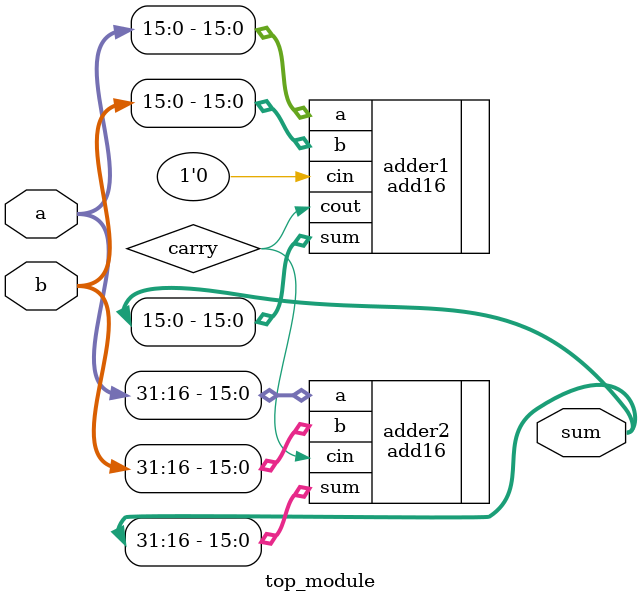
<source format=v>
module top_module(
    input [31:0] a,
    input [31:0] b,
    output [31:0] sum
);
    wire carry;
    add16 adder1 (.a(a[15:0]), .b(b[15:0]), .cin(1'b0), .sum(sum[15:0]), .cout(carry));
    add16 adder2 (.a(a[31:16]), .b(b[31:16]), .cin(carry), .sum(sum[31:16]));
endmodule

</source>
